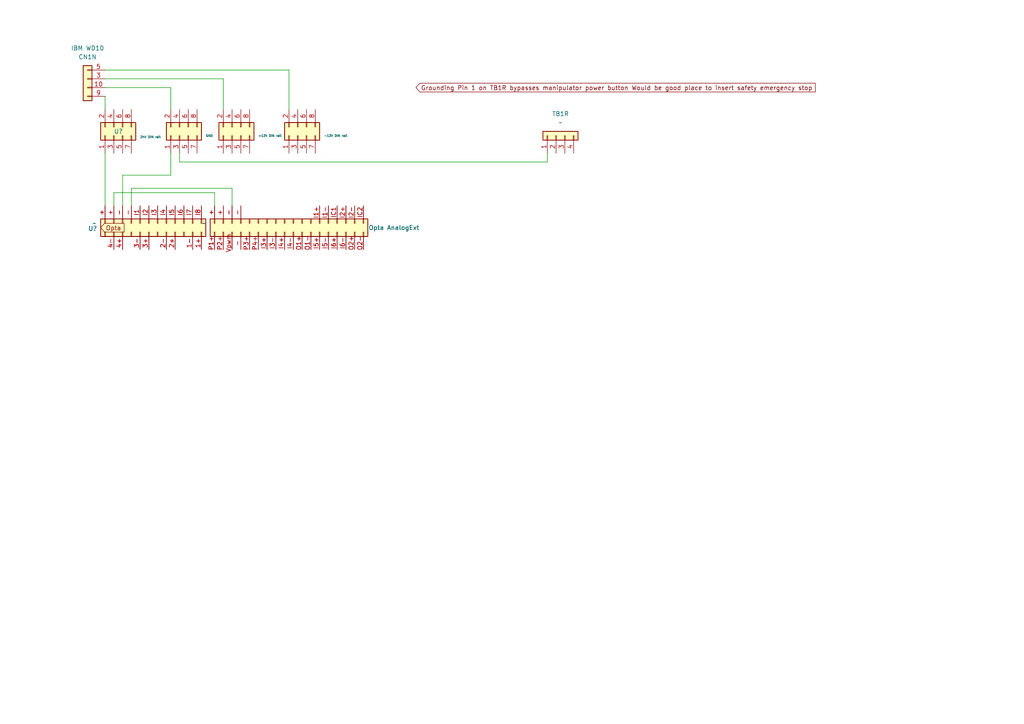
<source format=kicad_sch>
(kicad_sch
	(version 20231120)
	(generator "eeschema")
	(generator_version "8.0")
	(uuid "91c36254-6496-40d6-aa81-5485d6fad432")
	(paper "A4")
	(lib_symbols
		(symbol "Conn_01x04_1"
			(pin_names
				(offset 1.016) hide)
			(exclude_from_sim no)
			(in_bom yes)
			(on_board yes)
			(property "Reference" "J"
				(at 0 5.08 0)
				(effects
					(font
						(size 1.27 1.27)
					)
				)
			)
			(property "Value" "Conn_01x04"
				(at 0 -7.62 0)
				(effects
					(font
						(size 1.27 1.27)
					)
				)
			)
			(property "Footprint" ""
				(at 0 0 0)
				(effects
					(font
						(size 1.27 1.27)
					)
					(hide yes)
				)
			)
			(property "Datasheet" "~"
				(at 0 0 0)
				(effects
					(font
						(size 1.27 1.27)
					)
					(hide yes)
				)
			)
			(property "Description" "Generic connector, single row, 01x04, script generated (kicad-library-utils/schlib/autogen/connector/)"
				(at 0 0 0)
				(effects
					(font
						(size 1.27 1.27)
					)
					(hide yes)
				)
			)
			(property "ki_keywords" "connector"
				(at 0 0 0)
				(effects
					(font
						(size 1.27 1.27)
					)
					(hide yes)
				)
			)
			(property "ki_fp_filters" "Connector*:*_1x??_*"
				(at 0 0 0)
				(effects
					(font
						(size 1.27 1.27)
					)
					(hide yes)
				)
			)
			(symbol "Conn_01x04_1_1_1"
				(rectangle
					(start -1.27 -4.953)
					(end 0 -5.207)
					(stroke
						(width 0.1524)
						(type default)
					)
					(fill
						(type none)
					)
				)
				(rectangle
					(start -1.27 -2.413)
					(end 0 -2.667)
					(stroke
						(width 0.1524)
						(type default)
					)
					(fill
						(type none)
					)
				)
				(rectangle
					(start -1.27 0.127)
					(end 0 -0.127)
					(stroke
						(width 0.1524)
						(type default)
					)
					(fill
						(type none)
					)
				)
				(rectangle
					(start -1.27 2.667)
					(end 0 2.413)
					(stroke
						(width 0.1524)
						(type default)
					)
					(fill
						(type none)
					)
				)
				(rectangle
					(start -1.27 3.81)
					(end 1.27 -6.35)
					(stroke
						(width 0.254)
						(type default)
					)
					(fill
						(type background)
					)
				)
				(pin passive line
					(at -5.08 2.54 0)
					(length 3.81)
					(name "Pin_1"
						(effects
							(font
								(size 1.27 1.27)
							)
						)
					)
					(number "1"
						(effects
							(font
								(size 1.27 1.27)
							)
						)
					)
				)
				(pin passive line
					(at -5.08 0 0)
					(length 3.81)
					(name "Pin_2"
						(effects
							(font
								(size 1.27 1.27)
							)
						)
					)
					(number "2"
						(effects
							(font
								(size 1.27 1.27)
							)
						)
					)
				)
				(pin passive line
					(at -5.08 -2.54 0)
					(length 3.81)
					(name "Pin_3"
						(effects
							(font
								(size 1.27 1.27)
							)
						)
					)
					(number "3"
						(effects
							(font
								(size 1.27 1.27)
							)
						)
					)
				)
				(pin passive line
					(at -5.08 -5.08 0)
					(length 3.81)
					(name "Pin_4"
						(effects
							(font
								(size 1.27 1.27)
							)
						)
					)
					(number "4"
						(effects
							(font
								(size 1.27 1.27)
							)
						)
					)
				)
			)
		)
		(symbol "Conn_02x04_Odd_Even_1"
			(pin_names
				(offset 1.016) hide)
			(exclude_from_sim no)
			(in_bom yes)
			(on_board yes)
			(property "Reference" ""
				(at 2.5401 -7.62 90)
				(effects
					(font
						(size 1.27 1.27)
					)
					(justify right)
				)
			)
			(property "Value" "GND"
				(at 0.0001 -7.62 90)
				(effects
					(font
						(size 1.27 1.27)
					)
					(justify right)
				)
			)
			(property "Footprint" ""
				(at 0 0 0)
				(effects
					(font
						(size 1.27 1.27)
					)
					(hide yes)
				)
			)
			(property "Datasheet" "~"
				(at 0 0 0)
				(effects
					(font
						(size 1.27 1.27)
					)
					(hide yes)
				)
			)
			(property "Description" "Generic connector, double row, 02x04, odd/even pin numbering scheme (row 1 odd numbers, row 2 even numbers), script generated (kicad-library-utils/schlib/autogen/connector/)"
				(at 0 0 0)
				(effects
					(font
						(size 1.27 1.27)
					)
					(hide yes)
				)
			)
			(property "ki_keywords" "connector"
				(at 0 0 0)
				(effects
					(font
						(size 1.27 1.27)
					)
					(hide yes)
				)
			)
			(property "ki_fp_filters" "Connector*:*_2x??_*"
				(at 0 0 0)
				(effects
					(font
						(size 1.27 1.27)
					)
					(hide yes)
				)
			)
			(symbol "Conn_02x04_Odd_Even_1_1_1"
				(rectangle
					(start -1.27 -4.953)
					(end 0 -5.207)
					(stroke
						(width 0.1524)
						(type default)
					)
					(fill
						(type none)
					)
				)
				(rectangle
					(start -1.27 -2.413)
					(end 0 -2.667)
					(stroke
						(width 0.1524)
						(type default)
					)
					(fill
						(type none)
					)
				)
				(rectangle
					(start -1.27 0.127)
					(end 0 -0.127)
					(stroke
						(width 0.1524)
						(type default)
					)
					(fill
						(type none)
					)
				)
				(rectangle
					(start -1.27 2.667)
					(end 0 2.413)
					(stroke
						(width 0.1524)
						(type default)
					)
					(fill
						(type none)
					)
				)
				(rectangle
					(start -1.27 3.81)
					(end 3.81 -6.35)
					(stroke
						(width 0.254)
						(type default)
					)
					(fill
						(type background)
					)
				)
				(rectangle
					(start 3.81 -4.953)
					(end 2.54 -5.207)
					(stroke
						(width 0.1524)
						(type default)
					)
					(fill
						(type none)
					)
				)
				(rectangle
					(start 3.81 -2.413)
					(end 2.54 -2.667)
					(stroke
						(width 0.1524)
						(type default)
					)
					(fill
						(type none)
					)
				)
				(rectangle
					(start 3.81 0.127)
					(end 2.54 -0.127)
					(stroke
						(width 0.1524)
						(type default)
					)
					(fill
						(type none)
					)
				)
				(rectangle
					(start 3.81 2.667)
					(end 2.54 2.413)
					(stroke
						(width 0.1524)
						(type default)
					)
					(fill
						(type none)
					)
				)
				(pin passive line
					(at -5.08 2.54 0)
					(length 3.81)
					(name "Pin_1"
						(effects
							(font
								(size 1.27 1.27)
							)
						)
					)
					(number "1"
						(effects
							(font
								(size 1.27 1.27)
							)
						)
					)
				)
				(pin passive line
					(at 7.62 2.54 180)
					(length 3.81)
					(name "Pin_2"
						(effects
							(font
								(size 1.27 1.27)
							)
						)
					)
					(number "2"
						(effects
							(font
								(size 1.27 1.27)
							)
						)
					)
				)
				(pin passive line
					(at -5.08 0 0)
					(length 3.81)
					(name "Pin_3"
						(effects
							(font
								(size 1.27 1.27)
							)
						)
					)
					(number "3"
						(effects
							(font
								(size 1.27 1.27)
							)
						)
					)
				)
				(pin passive line
					(at 7.62 0 180)
					(length 3.81)
					(name "Pin_4"
						(effects
							(font
								(size 1.27 1.27)
							)
						)
					)
					(number "4"
						(effects
							(font
								(size 1.27 1.27)
							)
						)
					)
				)
				(pin passive line
					(at -5.08 -2.54 0)
					(length 3.81)
					(name "Pin_5"
						(effects
							(font
								(size 1.27 1.27)
							)
						)
					)
					(number "5"
						(effects
							(font
								(size 1.27 1.27)
							)
						)
					)
				)
				(pin passive line
					(at 7.62 -2.54 180)
					(length 3.81)
					(name "Pin_6"
						(effects
							(font
								(size 1.27 1.27)
							)
						)
					)
					(number "6"
						(effects
							(font
								(size 1.27 1.27)
							)
						)
					)
				)
				(pin passive line
					(at -5.08 -5.08 0)
					(length 3.81)
					(name "Pin_7"
						(effects
							(font
								(size 1.27 1.27)
							)
						)
					)
					(number "7"
						(effects
							(font
								(size 1.27 1.27)
							)
						)
					)
				)
				(pin passive line
					(at 7.62 -5.08 180)
					(length 3.81)
					(name "Pin_8"
						(effects
							(font
								(size 1.27 1.27)
							)
						)
					)
					(number "8"
						(effects
							(font
								(size 1.27 1.27)
							)
						)
					)
				)
			)
		)
		(symbol "Conn_02x04_Odd_Even_2"
			(pin_names
				(offset 1.016) hide)
			(exclude_from_sim no)
			(in_bom yes)
			(on_board yes)
			(property "Reference" ""
				(at 2.5401 -7.62 90)
				(effects
					(font
						(size 1.27 1.27)
					)
					(justify right)
				)
			)
			(property "Value" "+12V DIN rail"
				(at 0.0001 -7.62 90)
				(effects
					(font
						(size 1.27 1.27)
					)
					(justify right)
				)
			)
			(property "Footprint" ""
				(at 0 0 0)
				(effects
					(font
						(size 1.27 1.27)
					)
					(hide yes)
				)
			)
			(property "Datasheet" "~"
				(at 0 0 0)
				(effects
					(font
						(size 1.27 1.27)
					)
					(hide yes)
				)
			)
			(property "Description" "Generic connector, double row, 02x04, odd/even pin numbering scheme (row 1 odd numbers, row 2 even numbers), script generated (kicad-library-utils/schlib/autogen/connector/)"
				(at 0 0 0)
				(effects
					(font
						(size 1.27 1.27)
					)
					(hide yes)
				)
			)
			(property "ki_keywords" "connector"
				(at 0 0 0)
				(effects
					(font
						(size 1.27 1.27)
					)
					(hide yes)
				)
			)
			(property "ki_fp_filters" "Connector*:*_2x??_*"
				(at 0 0 0)
				(effects
					(font
						(size 1.27 1.27)
					)
					(hide yes)
				)
			)
			(symbol "Conn_02x04_Odd_Even_2_1_1"
				(rectangle
					(start -1.27 -4.953)
					(end 0 -5.207)
					(stroke
						(width 0.1524)
						(type default)
					)
					(fill
						(type none)
					)
				)
				(rectangle
					(start -1.27 -2.413)
					(end 0 -2.667)
					(stroke
						(width 0.1524)
						(type default)
					)
					(fill
						(type none)
					)
				)
				(rectangle
					(start -1.27 0.127)
					(end 0 -0.127)
					(stroke
						(width 0.1524)
						(type default)
					)
					(fill
						(type none)
					)
				)
				(rectangle
					(start -1.27 2.667)
					(end 0 2.413)
					(stroke
						(width 0.1524)
						(type default)
					)
					(fill
						(type none)
					)
				)
				(rectangle
					(start -1.27 3.81)
					(end 3.81 -6.35)
					(stroke
						(width 0.254)
						(type default)
					)
					(fill
						(type background)
					)
				)
				(rectangle
					(start 3.81 -4.953)
					(end 2.54 -5.207)
					(stroke
						(width 0.1524)
						(type default)
					)
					(fill
						(type none)
					)
				)
				(rectangle
					(start 3.81 -2.413)
					(end 2.54 -2.667)
					(stroke
						(width 0.1524)
						(type default)
					)
					(fill
						(type none)
					)
				)
				(rectangle
					(start 3.81 0.127)
					(end 2.54 -0.127)
					(stroke
						(width 0.1524)
						(type default)
					)
					(fill
						(type none)
					)
				)
				(rectangle
					(start 3.81 2.667)
					(end 2.54 2.413)
					(stroke
						(width 0.1524)
						(type default)
					)
					(fill
						(type none)
					)
				)
				(pin passive line
					(at -5.08 2.54 0)
					(length 3.81)
					(name "Pin_1"
						(effects
							(font
								(size 1.27 1.27)
							)
						)
					)
					(number "1"
						(effects
							(font
								(size 1.27 1.27)
							)
						)
					)
				)
				(pin passive line
					(at 7.62 2.54 180)
					(length 3.81)
					(name "Pin_2"
						(effects
							(font
								(size 1.27 1.27)
							)
						)
					)
					(number "2"
						(effects
							(font
								(size 1.27 1.27)
							)
						)
					)
				)
				(pin passive line
					(at -5.08 0 0)
					(length 3.81)
					(name "Pin_3"
						(effects
							(font
								(size 1.27 1.27)
							)
						)
					)
					(number "3"
						(effects
							(font
								(size 1.27 1.27)
							)
						)
					)
				)
				(pin passive line
					(at 7.62 0 180)
					(length 3.81)
					(name "Pin_4"
						(effects
							(font
								(size 1.27 1.27)
							)
						)
					)
					(number "4"
						(effects
							(font
								(size 1.27 1.27)
							)
						)
					)
				)
				(pin passive line
					(at -5.08 -2.54 0)
					(length 3.81)
					(name "Pin_5"
						(effects
							(font
								(size 1.27 1.27)
							)
						)
					)
					(number "5"
						(effects
							(font
								(size 1.27 1.27)
							)
						)
					)
				)
				(pin passive line
					(at 7.62 -2.54 180)
					(length 3.81)
					(name "Pin_6"
						(effects
							(font
								(size 1.27 1.27)
							)
						)
					)
					(number "6"
						(effects
							(font
								(size 1.27 1.27)
							)
						)
					)
				)
				(pin passive line
					(at -5.08 -5.08 0)
					(length 3.81)
					(name "Pin_7"
						(effects
							(font
								(size 1.27 1.27)
							)
						)
					)
					(number "7"
						(effects
							(font
								(size 1.27 1.27)
							)
						)
					)
				)
				(pin passive line
					(at 7.62 -5.08 180)
					(length 3.81)
					(name "Pin_8"
						(effects
							(font
								(size 1.27 1.27)
							)
						)
					)
					(number "8"
						(effects
							(font
								(size 1.27 1.27)
							)
						)
					)
				)
			)
		)
		(symbol "Conn_02x04_Odd_Even_3"
			(pin_names
				(offset 1.016) hide)
			(exclude_from_sim no)
			(in_bom yes)
			(on_board yes)
			(property "Reference" "-12V"
				(at 2.5401 -7.62 90)
				(effects
					(font
						(size 1.27 1.27)
					)
					(justify right)
				)
			)
			(property "Value" "-12V DIN rail"
				(at 0.0001 -7.62 90)
				(effects
					(font
						(size 1.27 1.27)
					)
					(justify right)
				)
			)
			(property "Footprint" ""
				(at 0 0 0)
				(effects
					(font
						(size 1.27 1.27)
					)
					(hide yes)
				)
			)
			(property "Datasheet" "~"
				(at 0 0 0)
				(effects
					(font
						(size 1.27 1.27)
					)
					(hide yes)
				)
			)
			(property "Description" "Generic connector, double row, 02x04, odd/even pin numbering scheme (row 1 odd numbers, row 2 even numbers), script generated (kicad-library-utils/schlib/autogen/connector/)"
				(at 0 0 0)
				(effects
					(font
						(size 1.27 1.27)
					)
					(hide yes)
				)
			)
			(property "ki_keywords" "connector"
				(at 0 0 0)
				(effects
					(font
						(size 1.27 1.27)
					)
					(hide yes)
				)
			)
			(property "ki_fp_filters" "Connector*:*_2x??_*"
				(at 0 0 0)
				(effects
					(font
						(size 1.27 1.27)
					)
					(hide yes)
				)
			)
			(symbol "Conn_02x04_Odd_Even_3_1_1"
				(rectangle
					(start -1.27 -4.953)
					(end 0 -5.207)
					(stroke
						(width 0.1524)
						(type default)
					)
					(fill
						(type none)
					)
				)
				(rectangle
					(start -1.27 -2.413)
					(end 0 -2.667)
					(stroke
						(width 0.1524)
						(type default)
					)
					(fill
						(type none)
					)
				)
				(rectangle
					(start -1.27 0.127)
					(end 0 -0.127)
					(stroke
						(width 0.1524)
						(type default)
					)
					(fill
						(type none)
					)
				)
				(rectangle
					(start -1.27 2.667)
					(end 0 2.413)
					(stroke
						(width 0.1524)
						(type default)
					)
					(fill
						(type none)
					)
				)
				(rectangle
					(start -1.27 3.81)
					(end 3.81 -6.35)
					(stroke
						(width 0.254)
						(type default)
					)
					(fill
						(type background)
					)
				)
				(rectangle
					(start 3.81 -4.953)
					(end 2.54 -5.207)
					(stroke
						(width 0.1524)
						(type default)
					)
					(fill
						(type none)
					)
				)
				(rectangle
					(start 3.81 -2.413)
					(end 2.54 -2.667)
					(stroke
						(width 0.1524)
						(type default)
					)
					(fill
						(type none)
					)
				)
				(rectangle
					(start 3.81 0.127)
					(end 2.54 -0.127)
					(stroke
						(width 0.1524)
						(type default)
					)
					(fill
						(type none)
					)
				)
				(rectangle
					(start 3.81 2.667)
					(end 2.54 2.413)
					(stroke
						(width 0.1524)
						(type default)
					)
					(fill
						(type none)
					)
				)
				(pin passive line
					(at -5.08 2.54 0)
					(length 3.81)
					(name "Pin_1"
						(effects
							(font
								(size 1.27 1.27)
							)
						)
					)
					(number "1"
						(effects
							(font
								(size 1.27 1.27)
							)
						)
					)
				)
				(pin passive line
					(at 7.62 2.54 180)
					(length 3.81)
					(name "Pin_2"
						(effects
							(font
								(size 1.27 1.27)
							)
						)
					)
					(number "2"
						(effects
							(font
								(size 1.27 1.27)
							)
						)
					)
				)
				(pin passive line
					(at -5.08 0 0)
					(length 3.81)
					(name "Pin_3"
						(effects
							(font
								(size 1.27 1.27)
							)
						)
					)
					(number "3"
						(effects
							(font
								(size 1.27 1.27)
							)
						)
					)
				)
				(pin passive line
					(at 7.62 0 180)
					(length 3.81)
					(name "Pin_4"
						(effects
							(font
								(size 1.27 1.27)
							)
						)
					)
					(number "4"
						(effects
							(font
								(size 1.27 1.27)
							)
						)
					)
				)
				(pin passive line
					(at -5.08 -2.54 0)
					(length 3.81)
					(name "Pin_5"
						(effects
							(font
								(size 1.27 1.27)
							)
						)
					)
					(number "5"
						(effects
							(font
								(size 1.27 1.27)
							)
						)
					)
				)
				(pin passive line
					(at 7.62 -2.54 180)
					(length 3.81)
					(name "Pin_6"
						(effects
							(font
								(size 1.27 1.27)
							)
						)
					)
					(number "6"
						(effects
							(font
								(size 1.27 1.27)
							)
						)
					)
				)
				(pin passive line
					(at -5.08 -5.08 0)
					(length 3.81)
					(name "Pin_7"
						(effects
							(font
								(size 1.27 1.27)
							)
						)
					)
					(number "7"
						(effects
							(font
								(size 1.27 1.27)
							)
						)
					)
				)
				(pin passive line
					(at 7.62 -5.08 180)
					(length 3.81)
					(name "Pin_8"
						(effects
							(font
								(size 1.27 1.27)
							)
						)
					)
					(number "8"
						(effects
							(font
								(size 1.27 1.27)
							)
						)
					)
				)
			)
		)
		(symbol "Connector_Generic:Conn_01x04"
			(pin_names
				(offset 1.016) hide)
			(exclude_from_sim no)
			(in_bom yes)
			(on_board yes)
			(property "Reference" "IBM WD10"
				(at 0 -11.43 0)
				(effects
					(font
						(size 1.27 1.27)
					)
				)
			)
			(property "Value" "CN1N"
				(at 0 -8.89 0)
				(effects
					(font
						(size 1.27 1.27)
					)
				)
			)
			(property "Footprint" ""
				(at 0 0 0)
				(effects
					(font
						(size 1.27 1.27)
					)
					(hide yes)
				)
			)
			(property "Datasheet" "~"
				(at 0 0 0)
				(effects
					(font
						(size 1.27 1.27)
					)
					(hide yes)
				)
			)
			(property "Description" "Generic connector, single row, 01x04, script generated (kicad-library-utils/schlib/autogen/connector/)"
				(at 0 0 0)
				(effects
					(font
						(size 1.27 1.27)
					)
					(hide yes)
				)
			)
			(property "ki_keywords" "connector"
				(at 0 0 0)
				(effects
					(font
						(size 1.27 1.27)
					)
					(hide yes)
				)
			)
			(property "ki_fp_filters" "Connector*:*_1x??_*"
				(at 0 0 0)
				(effects
					(font
						(size 1.27 1.27)
					)
					(hide yes)
				)
			)
			(symbol "Conn_01x04_1_1"
				(rectangle
					(start -1.27 -4.953)
					(end 0 -5.207)
					(stroke
						(width 0.1524)
						(type default)
					)
					(fill
						(type none)
					)
				)
				(rectangle
					(start -1.27 -2.413)
					(end 0 -2.667)
					(stroke
						(width 0.1524)
						(type default)
					)
					(fill
						(type none)
					)
				)
				(rectangle
					(start -1.27 0.127)
					(end 0 -0.127)
					(stroke
						(width 0.1524)
						(type default)
					)
					(fill
						(type none)
					)
				)
				(rectangle
					(start -1.27 2.667)
					(end 0 2.413)
					(stroke
						(width 0.1524)
						(type default)
					)
					(fill
						(type none)
					)
				)
				(rectangle
					(start -1.27 3.81)
					(end 1.27 -6.35)
					(stroke
						(width 0.254)
						(type default)
					)
					(fill
						(type background)
					)
				)
				(pin passive line
					(at -5.08 0 0)
					(length 3.81)
					(name "Pin_2"
						(effects
							(font
								(size 1.27 1.27)
							)
						)
					)
					(number "10"
						(effects
							(font
								(size 1.27 1.27)
							)
						)
					)
				)
				(pin passive line
					(at -5.08 -2.54 0)
					(length 3.81)
					(name "Pin_3"
						(effects
							(font
								(size 1.27 1.27)
							)
						)
					)
					(number "3"
						(effects
							(font
								(size 1.27 1.27)
							)
						)
					)
				)
				(pin passive line
					(at -5.08 -5.08 0)
					(length 3.81)
					(name "Pin_4"
						(effects
							(font
								(size 1.27 1.27)
							)
						)
					)
					(number "5"
						(effects
							(font
								(size 1.27 1.27)
							)
						)
					)
				)
				(pin passive line
					(at -5.08 2.54 0)
					(length 3.81)
					(name "Pin_1"
						(effects
							(font
								(size 1.27 1.27)
							)
						)
					)
					(number "9"
						(effects
							(font
								(size 1.27 1.27)
							)
						)
					)
				)
			)
		)
		(symbol "Connector_Generic:Conn_02x04_Odd_Even"
			(pin_names
				(offset 1.016) hide)
			(exclude_from_sim no)
			(in_bom yes)
			(on_board yes)
			(property "Reference" ""
				(at 2.5401 -7.62 90)
				(effects
					(font
						(size 1.27 1.27)
					)
					(justify right)
				)
			)
			(property "Value" "24V DIN rail"
				(at 0.0001 -7.62 90)
				(effects
					(font
						(size 1.27 1.27)
					)
					(justify right)
				)
			)
			(property "Footprint" ""
				(at 0 0 0)
				(effects
					(font
						(size 1.27 1.27)
					)
					(hide yes)
				)
			)
			(property "Datasheet" "~"
				(at 0 0 0)
				(effects
					(font
						(size 1.27 1.27)
					)
					(hide yes)
				)
			)
			(property "Description" "Generic connector, double row, 02x04, odd/even pin numbering scheme (row 1 odd numbers, row 2 even numbers), script generated (kicad-library-utils/schlib/autogen/connector/)"
				(at 0 0 0)
				(effects
					(font
						(size 1.27 1.27)
					)
					(hide yes)
				)
			)
			(property "ki_keywords" "connector"
				(at 0 0 0)
				(effects
					(font
						(size 1.27 1.27)
					)
					(hide yes)
				)
			)
			(property "ki_fp_filters" "Connector*:*_2x??_*"
				(at 0 0 0)
				(effects
					(font
						(size 1.27 1.27)
					)
					(hide yes)
				)
			)
			(symbol "Conn_02x04_Odd_Even_1_1"
				(rectangle
					(start -1.27 -4.953)
					(end 0 -5.207)
					(stroke
						(width 0.1524)
						(type default)
					)
					(fill
						(type none)
					)
				)
				(rectangle
					(start -1.27 -2.413)
					(end 0 -2.667)
					(stroke
						(width 0.1524)
						(type default)
					)
					(fill
						(type none)
					)
				)
				(rectangle
					(start -1.27 0.127)
					(end 0 -0.127)
					(stroke
						(width 0.1524)
						(type default)
					)
					(fill
						(type none)
					)
				)
				(rectangle
					(start -1.27 2.667)
					(end 0 2.413)
					(stroke
						(width 0.1524)
						(type default)
					)
					(fill
						(type none)
					)
				)
				(rectangle
					(start -1.27 3.81)
					(end 3.81 -6.35)
					(stroke
						(width 0.254)
						(type default)
					)
					(fill
						(type background)
					)
				)
				(rectangle
					(start 3.81 -4.953)
					(end 2.54 -5.207)
					(stroke
						(width 0.1524)
						(type default)
					)
					(fill
						(type none)
					)
				)
				(rectangle
					(start 3.81 -2.413)
					(end 2.54 -2.667)
					(stroke
						(width 0.1524)
						(type default)
					)
					(fill
						(type none)
					)
				)
				(rectangle
					(start 3.81 0.127)
					(end 2.54 -0.127)
					(stroke
						(width 0.1524)
						(type default)
					)
					(fill
						(type none)
					)
				)
				(rectangle
					(start 3.81 2.667)
					(end 2.54 2.413)
					(stroke
						(width 0.1524)
						(type default)
					)
					(fill
						(type none)
					)
				)
				(pin passive line
					(at -5.08 2.54 0)
					(length 3.81)
					(name "Pin_1"
						(effects
							(font
								(size 1.27 1.27)
							)
						)
					)
					(number "1"
						(effects
							(font
								(size 1.27 1.27)
							)
						)
					)
				)
				(pin passive line
					(at 7.62 2.54 180)
					(length 3.81)
					(name "Pin_2"
						(effects
							(font
								(size 1.27 1.27)
							)
						)
					)
					(number "2"
						(effects
							(font
								(size 1.27 1.27)
							)
						)
					)
				)
				(pin passive line
					(at -5.08 0 0)
					(length 3.81)
					(name "Pin_3"
						(effects
							(font
								(size 1.27 1.27)
							)
						)
					)
					(number "3"
						(effects
							(font
								(size 1.27 1.27)
							)
						)
					)
				)
				(pin passive line
					(at 7.62 0 180)
					(length 3.81)
					(name "Pin_4"
						(effects
							(font
								(size 1.27 1.27)
							)
						)
					)
					(number "4"
						(effects
							(font
								(size 1.27 1.27)
							)
						)
					)
				)
				(pin passive line
					(at -5.08 -2.54 0)
					(length 3.81)
					(name "Pin_5"
						(effects
							(font
								(size 1.27 1.27)
							)
						)
					)
					(number "5"
						(effects
							(font
								(size 1.27 1.27)
							)
						)
					)
				)
				(pin passive line
					(at 7.62 -2.54 180)
					(length 3.81)
					(name "Pin_6"
						(effects
							(font
								(size 1.27 1.27)
							)
						)
					)
					(number "6"
						(effects
							(font
								(size 1.27 1.27)
							)
						)
					)
				)
				(pin passive line
					(at -5.08 -5.08 0)
					(length 3.81)
					(name "Pin_7"
						(effects
							(font
								(size 1.27 1.27)
							)
						)
					)
					(number "7"
						(effects
							(font
								(size 1.27 1.27)
							)
						)
					)
				)
				(pin passive line
					(at 7.62 -5.08 180)
					(length 3.81)
					(name "Pin_8"
						(effects
							(font
								(size 1.27 1.27)
							)
						)
					)
					(number "8"
						(effects
							(font
								(size 1.27 1.27)
							)
						)
					)
				)
			)
		)
		(symbol "Connector_Generic:Conn_02x12_Counter_Clockwise"
			(pin_names
				(offset 1.016) hide)
			(exclude_from_sim no)
			(in_bom yes)
			(on_board yes)
			(property "Reference" ""
				(at 2.5401 15.24 90)
				(effects
					(font
						(size 1.27 1.27)
					)
					(justify left)
				)
			)
			(property "Value" "OptaPro"
				(at 0.0001 15.24 90)
				(effects
					(font
						(size 1.27 1.27)
					)
					(justify left)
				)
			)
			(property "Footprint" ""
				(at 0 0 0)
				(effects
					(font
						(size 1.27 1.27)
					)
					(hide yes)
				)
			)
			(property "Datasheet" "~"
				(at 0 0 0)
				(effects
					(font
						(size 1.27 1.27)
					)
					(hide yes)
				)
			)
			(property "Description" "Generic connector, double row, 02x12, counter clockwise pin numbering scheme (similar to DIP package numbering), script generated "
				(at 0 0 0)
				(effects
					(font
						(size 1.27 1.27)
					)
					(hide yes)
				)
			)
			(property "ki_keywords" "connector"
				(at 0 0 0)
				(effects
					(font
						(size 1.27 1.27)
					)
					(hide yes)
				)
			)
			(property "ki_fp_filters" "Connector*:*_2x??_*"
				(at 0 0 0)
				(effects
					(font
						(size 1.27 1.27)
					)
					(hide yes)
				)
			)
			(symbol "Conn_02x12_Counter_Clockwise_1_1"
				(rectangle
					(start -1.27 -15.113)
					(end 0 -15.367)
					(stroke
						(width 0.1524)
						(type default)
					)
					(fill
						(type none)
					)
				)
				(rectangle
					(start -1.27 -12.573)
					(end 0 -12.827)
					(stroke
						(width 0.1524)
						(type default)
					)
					(fill
						(type none)
					)
				)
				(rectangle
					(start -1.27 -10.033)
					(end 0 -10.287)
					(stroke
						(width 0.1524)
						(type default)
					)
					(fill
						(type none)
					)
				)
				(rectangle
					(start -1.27 -7.493)
					(end 0 -7.747)
					(stroke
						(width 0.1524)
						(type default)
					)
					(fill
						(type none)
					)
				)
				(rectangle
					(start -1.27 -4.953)
					(end 0 -5.207)
					(stroke
						(width 0.1524)
						(type default)
					)
					(fill
						(type none)
					)
				)
				(rectangle
					(start -1.27 -2.413)
					(end 0 -2.667)
					(stroke
						(width 0.1524)
						(type default)
					)
					(fill
						(type none)
					)
				)
				(rectangle
					(start -1.27 0.127)
					(end 0 -0.127)
					(stroke
						(width 0.1524)
						(type default)
					)
					(fill
						(type none)
					)
				)
				(rectangle
					(start -1.27 2.667)
					(end 0 2.413)
					(stroke
						(width 0.1524)
						(type default)
					)
					(fill
						(type none)
					)
				)
				(rectangle
					(start -1.27 5.207)
					(end 0 4.953)
					(stroke
						(width 0.1524)
						(type default)
					)
					(fill
						(type none)
					)
				)
				(rectangle
					(start -1.27 7.747)
					(end 0 7.493)
					(stroke
						(width 0.1524)
						(type default)
					)
					(fill
						(type none)
					)
				)
				(rectangle
					(start -1.27 10.287)
					(end 0 10.033)
					(stroke
						(width 0.1524)
						(type default)
					)
					(fill
						(type none)
					)
				)
				(rectangle
					(start -1.27 12.827)
					(end 0 12.573)
					(stroke
						(width 0.1524)
						(type default)
					)
					(fill
						(type none)
					)
				)
				(rectangle
					(start -1.27 13.97)
					(end 3.81 -16.51)
					(stroke
						(width 0.254)
						(type default)
					)
					(fill
						(type background)
					)
				)
				(rectangle
					(start 3.81 -15.113)
					(end 2.54 -15.367)
					(stroke
						(width 0.1524)
						(type default)
					)
					(fill
						(type none)
					)
				)
				(rectangle
					(start 3.81 -12.573)
					(end 2.54 -12.827)
					(stroke
						(width 0.1524)
						(type default)
					)
					(fill
						(type none)
					)
				)
				(rectangle
					(start 3.81 -10.033)
					(end 2.54 -10.287)
					(stroke
						(width 0.1524)
						(type default)
					)
					(fill
						(type none)
					)
				)
				(rectangle
					(start 3.81 -7.493)
					(end 2.54 -7.747)
					(stroke
						(width 0.1524)
						(type default)
					)
					(fill
						(type none)
					)
				)
				(rectangle
					(start 3.81 -4.953)
					(end 2.54 -5.207)
					(stroke
						(width 0.1524)
						(type default)
					)
					(fill
						(type none)
					)
				)
				(rectangle
					(start 3.81 -2.413)
					(end 2.54 -2.667)
					(stroke
						(width 0.1524)
						(type default)
					)
					(fill
						(type none)
					)
				)
				(rectangle
					(start 3.81 0.127)
					(end 2.54 -0.127)
					(stroke
						(width 0.1524)
						(type default)
					)
					(fill
						(type none)
					)
				)
				(rectangle
					(start 3.81 2.667)
					(end 2.54 2.413)
					(stroke
						(width 0.1524)
						(type default)
					)
					(fill
						(type none)
					)
				)
				(rectangle
					(start 3.81 5.207)
					(end 2.54 4.953)
					(stroke
						(width 0.1524)
						(type default)
					)
					(fill
						(type none)
					)
				)
				(rectangle
					(start 3.81 7.747)
					(end 2.54 7.493)
					(stroke
						(width 0.1524)
						(type default)
					)
					(fill
						(type none)
					)
				)
				(rectangle
					(start 3.81 10.287)
					(end 2.54 10.033)
					(stroke
						(width 0.1524)
						(type default)
					)
					(fill
						(type none)
					)
				)
				(rectangle
					(start 3.81 12.827)
					(end 2.54 12.573)
					(stroke
						(width 0.1524)
						(type default)
					)
					(fill
						(type none)
					)
				)
				(pin passive line
					(at -5.08 12.7 0)
					(length 3.81)
					(name "Pin_1"
						(effects
							(font
								(size 1.27 1.27)
							)
						)
					)
					(number "+"
						(effects
							(font
								(size 1.27 1.27)
							)
						)
					)
				)
				(pin passive line
					(at -5.08 10.16 0)
					(length 3.81)
					(name "Pin_2"
						(effects
							(font
								(size 1.27 1.27)
							)
						)
					)
					(number "+"
						(effects
							(font
								(size 1.27 1.27)
							)
						)
					)
				)
				(pin passive line
					(at -5.08 7.62 0)
					(length 3.81)
					(name "Pin_3"
						(effects
							(font
								(size 1.27 1.27)
							)
						)
					)
					(number "-"
						(effects
							(font
								(size 1.27 1.27)
							)
						)
					)
				)
				(pin passive line
					(at -5.08 5.08 0)
					(length 3.81)
					(name "Pin_4"
						(effects
							(font
								(size 1.27 1.27)
							)
						)
					)
					(number "-"
						(effects
							(font
								(size 1.27 1.27)
							)
						)
					)
				)
				(pin passive line
					(at 7.62 -15.24 180)
					(length 3.81)
					(name "Pin_13"
						(effects
							(font
								(size 1.27 1.27)
							)
						)
					)
					(number "1+"
						(effects
							(font
								(size 1.27 1.27)
							)
						)
					)
				)
				(pin passive line
					(at 7.62 -12.7 180)
					(length 3.81)
					(name "Pin_14"
						(effects
							(font
								(size 1.27 1.27)
							)
						)
					)
					(number "1-"
						(effects
							(font
								(size 1.27 1.27)
							)
						)
					)
				)
				(pin passive line
					(at 7.62 -7.62 180)
					(length 3.81)
					(name "Pin_16"
						(effects
							(font
								(size 1.27 1.27)
							)
						)
					)
					(number "2+"
						(effects
							(font
								(size 1.27 1.27)
							)
						)
					)
				)
				(pin passive line
					(at 7.62 -5.08 180)
					(length 3.81)
					(name "Pin_17"
						(effects
							(font
								(size 1.27 1.27)
							)
						)
					)
					(number "2-"
						(effects
							(font
								(size 1.27 1.27)
							)
						)
					)
				)
				(pin passive line
					(at 7.62 0 180)
					(length 3.81)
					(name "Pin_19"
						(effects
							(font
								(size 1.27 1.27)
							)
						)
					)
					(number "3+"
						(effects
							(font
								(size 1.27 1.27)
							)
						)
					)
				)
				(pin passive line
					(at 7.62 2.54 180)
					(length 3.81)
					(name "Pin_20"
						(effects
							(font
								(size 1.27 1.27)
							)
						)
					)
					(number "3-"
						(effects
							(font
								(size 1.27 1.27)
							)
						)
					)
				)
				(pin passive line
					(at 7.62 7.62 180)
					(length 3.81)
					(name "Pin_22"
						(effects
							(font
								(size 1.27 1.27)
							)
						)
					)
					(number "4+"
						(effects
							(font
								(size 1.27 1.27)
							)
						)
					)
				)
				(pin passive line
					(at 7.62 10.16 180)
					(length 3.81)
					(name "Pin_23"
						(effects
							(font
								(size 1.27 1.27)
							)
						)
					)
					(number "4-"
						(effects
							(font
								(size 1.27 1.27)
							)
						)
					)
				)
				(pin passive line
					(at -5.08 2.54 0)
					(length 3.81)
					(name "Pin_5"
						(effects
							(font
								(size 1.27 1.27)
							)
						)
					)
					(number "I1"
						(effects
							(font
								(size 1.27 1.27)
							)
						)
					)
				)
				(pin passive line
					(at -5.08 0 0)
					(length 3.81)
					(name "Pin_6"
						(effects
							(font
								(size 1.27 1.27)
							)
						)
					)
					(number "I2"
						(effects
							(font
								(size 1.27 1.27)
							)
						)
					)
				)
				(pin passive line
					(at -5.08 -2.54 0)
					(length 3.81)
					(name "Pin_7"
						(effects
							(font
								(size 1.27 1.27)
							)
						)
					)
					(number "I3"
						(effects
							(font
								(size 1.27 1.27)
							)
						)
					)
				)
				(pin passive line
					(at -5.08 -5.08 0)
					(length 3.81)
					(name "Pin_8"
						(effects
							(font
								(size 1.27 1.27)
							)
						)
					)
					(number "I4"
						(effects
							(font
								(size 1.27 1.27)
							)
						)
					)
				)
				(pin passive line
					(at -5.08 -7.62 0)
					(length 3.81)
					(name "Pin_9"
						(effects
							(font
								(size 1.27 1.27)
							)
						)
					)
					(number "I5"
						(effects
							(font
								(size 1.27 1.27)
							)
						)
					)
				)
				(pin passive line
					(at -5.08 -10.16 0)
					(length 3.81)
					(name "Pin_10"
						(effects
							(font
								(size 1.27 1.27)
							)
						)
					)
					(number "I6"
						(effects
							(font
								(size 1.27 1.27)
							)
						)
					)
				)
				(pin passive line
					(at -5.08 -12.7 0)
					(length 3.81)
					(name "Pin_11"
						(effects
							(font
								(size 1.27 1.27)
							)
						)
					)
					(number "I7"
						(effects
							(font
								(size 1.27 1.27)
							)
						)
					)
				)
				(pin passive line
					(at -5.08 -15.24 0)
					(length 3.81)
					(name "Pin_12"
						(effects
							(font
								(size 1.27 1.27)
							)
						)
					)
					(number "I8"
						(effects
							(font
								(size 1.27 1.27)
							)
						)
					)
				)
			)
		)
		(symbol "Connector_Generic:Conn_02x18_Counter_Clockwise"
			(pin_names
				(offset 1.016) hide)
			(exclude_from_sim no)
			(in_bom yes)
			(on_board yes)
			(property "Reference" "Opta AnalogExt"
				(at 1.27 -27.432 90)
				(effects
					(font
						(size 1.27 1.27)
					)
					(justify left)
				)
			)
			(property "Value" "~"
				(at 0.0001 22.86 90)
				(effects
					(font
						(size 1.27 1.27)
					)
					(justify left)
				)
			)
			(property "Footprint" ""
				(at 0 0 0)
				(effects
					(font
						(size 1.27 1.27)
					)
					(hide yes)
				)
			)
			(property "Datasheet" "~"
				(at 0 0 0)
				(effects
					(font
						(size 1.27 1.27)
					)
					(hide yes)
				)
			)
			(property "Description" "Generic connector, double row, 02x18, counter clockwise pin numbering scheme (similar to DIP package numbering), script generated (kicad-library-utils/schlib/autogen/connector/)"
				(at 0 0 0)
				(effects
					(font
						(size 1.27 1.27)
					)
					(hide yes)
				)
			)
			(property "ki_keywords" "connector"
				(at 0 0 0)
				(effects
					(font
						(size 1.27 1.27)
					)
					(hide yes)
				)
			)
			(property "ki_fp_filters" "Connector*:*_2x??_*"
				(at 0 0 0)
				(effects
					(font
						(size 1.27 1.27)
					)
					(hide yes)
				)
			)
			(symbol "Conn_02x18_Counter_Clockwise_1_1"
				(rectangle
					(start -1.27 -22.733)
					(end 0 -22.987)
					(stroke
						(width 0.1524)
						(type default)
					)
					(fill
						(type none)
					)
				)
				(rectangle
					(start -1.27 -20.193)
					(end 0 -20.447)
					(stroke
						(width 0.1524)
						(type default)
					)
					(fill
						(type none)
					)
				)
				(rectangle
					(start -1.27 -17.653)
					(end 0 -17.907)
					(stroke
						(width 0.1524)
						(type default)
					)
					(fill
						(type none)
					)
				)
				(rectangle
					(start -1.27 -15.113)
					(end 0 -15.367)
					(stroke
						(width 0.1524)
						(type default)
					)
					(fill
						(type none)
					)
				)
				(rectangle
					(start -1.27 -12.573)
					(end 0 -12.827)
					(stroke
						(width 0.1524)
						(type default)
					)
					(fill
						(type none)
					)
				)
				(rectangle
					(start -1.27 -10.033)
					(end 0 -10.287)
					(stroke
						(width 0.1524)
						(type default)
					)
					(fill
						(type none)
					)
				)
				(rectangle
					(start -1.27 -7.493)
					(end 0 -7.747)
					(stroke
						(width 0.1524)
						(type default)
					)
					(fill
						(type none)
					)
				)
				(rectangle
					(start -1.27 -4.953)
					(end 0 -5.207)
					(stroke
						(width 0.1524)
						(type default)
					)
					(fill
						(type none)
					)
				)
				(rectangle
					(start -1.27 -2.413)
					(end 0 -2.667)
					(stroke
						(width 0.1524)
						(type default)
					)
					(fill
						(type none)
					)
				)
				(rectangle
					(start -1.27 0.127)
					(end 0 -0.127)
					(stroke
						(width 0.1524)
						(type default)
					)
					(fill
						(type none)
					)
				)
				(rectangle
					(start -1.27 2.667)
					(end 0 2.413)
					(stroke
						(width 0.1524)
						(type default)
					)
					(fill
						(type none)
					)
				)
				(rectangle
					(start -1.27 5.207)
					(end 0 4.953)
					(stroke
						(width 0.1524)
						(type default)
					)
					(fill
						(type none)
					)
				)
				(rectangle
					(start -1.27 7.747)
					(end 0 7.493)
					(stroke
						(width 0.1524)
						(type default)
					)
					(fill
						(type none)
					)
				)
				(rectangle
					(start -1.27 10.287)
					(end 0 10.033)
					(stroke
						(width 0.1524)
						(type default)
					)
					(fill
						(type none)
					)
				)
				(rectangle
					(start -1.27 12.827)
					(end 0 12.573)
					(stroke
						(width 0.1524)
						(type default)
					)
					(fill
						(type none)
					)
				)
				(rectangle
					(start -1.27 15.367)
					(end 0 15.113)
					(stroke
						(width 0.1524)
						(type default)
					)
					(fill
						(type none)
					)
				)
				(rectangle
					(start -1.27 17.907)
					(end 0 17.653)
					(stroke
						(width 0.1524)
						(type default)
					)
					(fill
						(type none)
					)
				)
				(rectangle
					(start -1.27 20.447)
					(end 0 20.193)
					(stroke
						(width 0.1524)
						(type default)
					)
					(fill
						(type none)
					)
				)
				(rectangle
					(start -1.27 21.59)
					(end 3.81 -24.13)
					(stroke
						(width 0.254)
						(type default)
					)
					(fill
						(type background)
					)
				)
				(rectangle
					(start 3.81 -22.733)
					(end 2.54 -22.987)
					(stroke
						(width 0.1524)
						(type default)
					)
					(fill
						(type none)
					)
				)
				(rectangle
					(start 3.81 -20.193)
					(end 2.54 -20.447)
					(stroke
						(width 0.1524)
						(type default)
					)
					(fill
						(type none)
					)
				)
				(rectangle
					(start 3.81 -17.653)
					(end 2.54 -17.907)
					(stroke
						(width 0.1524)
						(type default)
					)
					(fill
						(type none)
					)
				)
				(rectangle
					(start 3.81 -15.113)
					(end 2.54 -15.367)
					(stroke
						(width 0.1524)
						(type default)
					)
					(fill
						(type none)
					)
				)
				(rectangle
					(start 3.81 -12.573)
					(end 2.54 -12.827)
					(stroke
						(width 0.1524)
						(type default)
					)
					(fill
						(type none)
					)
				)
				(rectangle
					(start 3.81 -10.033)
					(end 2.54 -10.287)
					(stroke
						(width 0.1524)
						(type default)
					)
					(fill
						(type none)
					)
				)
				(rectangle
					(start 3.81 -7.493)
					(end 2.54 -7.747)
					(stroke
						(width 0.1524)
						(type default)
					)
					(fill
						(type none)
					)
				)
				(rectangle
					(start 3.81 -4.953)
					(end 2.54 -5.207)
					(stroke
						(width 0.1524)
						(type default)
					)
					(fill
						(type none)
					)
				)
				(rectangle
					(start 3.81 -2.413)
					(end 2.54 -2.667)
					(stroke
						(width 0.1524)
						(type default)
					)
					(fill
						(type none)
					)
				)
				(rectangle
					(start 3.81 0.127)
					(end 2.54 -0.127)
					(stroke
						(width 0.1524)
						(type default)
					)
					(fill
						(type none)
					)
				)
				(rectangle
					(start 3.81 2.667)
					(end 2.54 2.413)
					(stroke
						(width 0.1524)
						(type default)
					)
					(fill
						(type none)
					)
				)
				(rectangle
					(start 3.81 5.207)
					(end 2.54 4.953)
					(stroke
						(width 0.1524)
						(type default)
					)
					(fill
						(type none)
					)
				)
				(rectangle
					(start 3.81 7.747)
					(end 2.54 7.493)
					(stroke
						(width 0.1524)
						(type default)
					)
					(fill
						(type none)
					)
				)
				(rectangle
					(start 3.81 10.287)
					(end 2.54 10.033)
					(stroke
						(width 0.1524)
						(type default)
					)
					(fill
						(type none)
					)
				)
				(rectangle
					(start 3.81 12.827)
					(end 2.54 12.573)
					(stroke
						(width 0.1524)
						(type default)
					)
					(fill
						(type none)
					)
				)
				(rectangle
					(start 3.81 15.367)
					(end 2.54 15.113)
					(stroke
						(width 0.1524)
						(type default)
					)
					(fill
						(type none)
					)
				)
				(rectangle
					(start 3.81 17.907)
					(end 2.54 17.653)
					(stroke
						(width 0.1524)
						(type default)
					)
					(fill
						(type none)
					)
				)
				(rectangle
					(start 3.81 20.447)
					(end 2.54 20.193)
					(stroke
						(width 0.1524)
						(type default)
					)
					(fill
						(type none)
					)
				)
				(pin passive line
					(at -5.08 20.32 0)
					(length 3.81)
					(name "Pin_1"
						(effects
							(font
								(size 1.27 1.27)
							)
						)
					)
					(number "+"
						(effects
							(font
								(size 1.27 1.27)
							)
						)
					)
				)
				(pin passive line
					(at -5.08 17.78 0)
					(length 3.81)
					(name "Pin_2"
						(effects
							(font
								(size 1.27 1.27)
							)
						)
					)
					(number "+"
						(effects
							(font
								(size 1.27 1.27)
							)
						)
					)
				)
				(pin passive line
					(at -5.08 15.24 0)
					(length 3.81)
					(name "Pin_3"
						(effects
							(font
								(size 1.27 1.27)
							)
						)
					)
					(number "-"
						(effects
							(font
								(size 1.27 1.27)
							)
						)
					)
				)
				(pin passive line
					(at 7.62 12.7 180)
					(length 3.81)
					(name "Pin_33"
						(effects
							(font
								(size 1.27 1.27)
							)
						)
					)
					(number "-"
						(effects
							(font
								(size 1.27 1.27)
							)
						)
					)
				)
				(pin passive line
					(at -5.08 12.7 0)
					(length 3.81)
					(name "Pin_4"
						(effects
							(font
								(size 1.27 1.27)
							)
						)
					)
					(number "-"
						(effects
							(font
								(size 1.27 1.27)
							)
						)
					)
				)
				(pin passive line
					(at -5.08 -10.16 0)
					(length 3.81)
					(name "Pin_13"
						(effects
							(font
								(size 1.27 1.27)
							)
						)
					)
					(number "I1+"
						(effects
							(font
								(size 1.27 1.27)
							)
						)
					)
				)
				(pin passive line
					(at -5.08 -12.7 0)
					(length 3.81)
					(name "Pin_14"
						(effects
							(font
								(size 1.27 1.27)
							)
						)
					)
					(number "I1-"
						(effects
							(font
								(size 1.27 1.27)
							)
						)
					)
				)
				(pin passive line
					(at -5.08 -17.78 0)
					(length 3.81)
					(name "Pin_16"
						(effects
							(font
								(size 1.27 1.27)
							)
						)
					)
					(number "I2+"
						(effects
							(font
								(size 1.27 1.27)
							)
						)
					)
				)
				(pin passive line
					(at -5.08 -20.32 0)
					(length 3.81)
					(name "Pin_17"
						(effects
							(font
								(size 1.27 1.27)
							)
						)
					)
					(number "I2-"
						(effects
							(font
								(size 1.27 1.27)
							)
						)
					)
				)
				(pin passive line
					(at 7.62 5.08 180)
					(length 3.81)
					(name "Pin_30"
						(effects
							(font
								(size 1.27 1.27)
							)
						)
					)
					(number "I3+"
						(effects
							(font
								(size 1.27 1.27)
							)
						)
					)
				)
				(pin passive line
					(at 7.62 2.54 180)
					(length 3.81)
					(name "Pin_29"
						(effects
							(font
								(size 1.27 1.27)
							)
						)
					)
					(number "I3-"
						(effects
							(font
								(size 1.27 1.27)
							)
						)
					)
				)
				(pin passive line
					(at 7.62 0 180)
					(length 3.81)
					(name "Pin_28"
						(effects
							(font
								(size 1.27 1.27)
							)
						)
					)
					(number "I4+"
						(effects
							(font
								(size 1.27 1.27)
							)
						)
					)
				)
				(pin passive line
					(at 7.62 -2.54 180)
					(length 3.81)
					(name "Pin_27"
						(effects
							(font
								(size 1.27 1.27)
							)
						)
					)
					(number "I4-"
						(effects
							(font
								(size 1.27 1.27)
							)
						)
					)
				)
				(pin passive line
					(at 7.62 -10.16 180)
					(length 3.81)
					(name "Pin_24"
						(effects
							(font
								(size 1.27 1.27)
							)
						)
					)
					(number "I5+"
						(effects
							(font
								(size 1.27 1.27)
							)
						)
					)
				)
				(pin passive line
					(at 7.62 -12.7 180)
					(length 3.81)
					(name "Pin_23"
						(effects
							(font
								(size 1.27 1.27)
							)
						)
					)
					(number "I5-"
						(effects
							(font
								(size 1.27 1.27)
							)
						)
					)
				)
				(pin passive line
					(at 7.62 -15.24 180)
					(length 3.81)
					(name "Pin_22"
						(effects
							(font
								(size 1.27 1.27)
							)
						)
					)
					(number "I6+"
						(effects
							(font
								(size 1.27 1.27)
							)
						)
					)
				)
				(pin passive line
					(at 7.62 -17.78 180)
					(length 3.81)
					(name "Pin_21"
						(effects
							(font
								(size 1.27 1.27)
							)
						)
					)
					(number "I6-"
						(effects
							(font
								(size 1.27 1.27)
							)
						)
					)
				)
				(pin passive line
					(at -5.08 -15.24 0)
					(length 3.81)
					(name "Pin_15"
						(effects
							(font
								(size 1.27 1.27)
							)
						)
					)
					(number "IC1"
						(effects
							(font
								(size 1.27 1.27)
							)
						)
					)
				)
				(pin passive line
					(at -5.08 -22.86 0)
					(length 3.81)
					(name "Pin_18"
						(effects
							(font
								(size 1.27 1.27)
							)
						)
					)
					(number "IC2"
						(effects
							(font
								(size 1.27 1.27)
							)
						)
					)
				)
				(pin passive line
					(at 7.62 -5.08 180)
					(length 3.81)
					(name "Pin_26"
						(effects
							(font
								(size 1.27 1.27)
							)
						)
					)
					(number "O1+"
						(effects
							(font
								(size 1.27 1.27)
							)
						)
					)
				)
				(pin passive line
					(at 7.62 -7.62 180)
					(length 3.81)
					(name "Pin_25"
						(effects
							(font
								(size 1.27 1.27)
							)
						)
					)
					(number "O1-"
						(effects
							(font
								(size 1.27 1.27)
							)
						)
					)
				)
				(pin passive line
					(at 7.62 -20.32 180)
					(length 3.81)
					(name "Pin_20"
						(effects
							(font
								(size 1.27 1.27)
							)
						)
					)
					(number "O2+"
						(effects
							(font
								(size 1.27 1.27)
							)
						)
					)
				)
				(pin passive line
					(at 7.62 -22.86 180)
					(length 3.81)
					(name "Pin_19"
						(effects
							(font
								(size 1.27 1.27)
							)
						)
					)
					(number "O2-"
						(effects
							(font
								(size 1.27 1.27)
							)
						)
					)
				)
				(pin passive line
					(at 7.62 20.32 180)
					(length 3.81)
					(name "Pin_36"
						(effects
							(font
								(size 1.27 1.27)
							)
						)
					)
					(number "P1+"
						(effects
							(font
								(size 1.27 1.27)
							)
						)
					)
				)
				(pin passive line
					(at 7.62 17.78 180)
					(length 3.81)
					(name "Pin_35"
						(effects
							(font
								(size 1.27 1.27)
							)
						)
					)
					(number "P2+"
						(effects
							(font
								(size 1.27 1.27)
							)
						)
					)
				)
				(pin passive line
					(at 7.62 10.16 180)
					(length 3.81)
					(name "Pin_32"
						(effects
							(font
								(size 1.27 1.27)
							)
						)
					)
					(number "P3+"
						(effects
							(font
								(size 1.27 1.27)
							)
						)
					)
				)
				(pin passive line
					(at 7.62 7.62 180)
					(length 3.81)
					(name "Pin_31"
						(effects
							(font
								(size 1.27 1.27)
							)
						)
					)
					(number "P4+"
						(effects
							(font
								(size 1.27 1.27)
							)
						)
					)
				)
				(pin passive line
					(at 7.62 15.24 180)
					(length 3.81)
					(name "Pin_34"
						(effects
							(font
								(size 1.27 1.27)
							)
						)
					)
					(number "Vpwm"
						(effects
							(font
								(size 1.27 1.27)
							)
						)
					)
				)
			)
		)
	)
	(wire
		(pts
			(xy 30.48 25.4) (xy 49.53 25.4)
		)
		(stroke
			(width 0)
			(type default)
		)
		(uuid "268ce3ea-1625-4159-9ae0-244f18045629")
	)
	(wire
		(pts
			(xy 30.48 27.94) (xy 30.48 31.75)
		)
		(stroke
			(width 0)
			(type default)
		)
		(uuid "36d3f045-75da-491e-afab-aceb3b2495d6")
	)
	(wire
		(pts
			(xy 64.77 22.86) (xy 64.77 31.75)
		)
		(stroke
			(width 0)
			(type default)
		)
		(uuid "3af665aa-8582-4f38-91eb-d5b26c96dc2e")
	)
	(wire
		(pts
			(xy 30.48 22.86) (xy 64.77 22.86)
		)
		(stroke
			(width 0)
			(type default)
		)
		(uuid "3fbf0342-c635-4916-ab38-0a14dadf4906")
	)
	(wire
		(pts
			(xy 38.1 54.61) (xy 38.1 59.69)
		)
		(stroke
			(width 0)
			(type default)
		)
		(uuid "51630dac-c9b3-4aad-b68a-42978420c34a")
	)
	(wire
		(pts
			(xy 83.82 20.32) (xy 30.48 20.32)
		)
		(stroke
			(width 0)
			(type default)
		)
		(uuid "5e7575f9-f9a4-4bd5-9882-1e28f08f8b56")
	)
	(wire
		(pts
			(xy 33.02 55.88) (xy 62.23 55.88)
		)
		(stroke
			(width 0)
			(type default)
		)
		(uuid "6012c21a-6775-443b-8534-84887fbafa17")
	)
	(wire
		(pts
			(xy 158.75 44.45) (xy 158.75 46.99)
		)
		(stroke
			(width 0)
			(type default)
		)
		(uuid "67202524-5603-48c3-bc43-971b3fc6fd3e")
	)
	(wire
		(pts
			(xy 62.23 55.88) (xy 62.23 59.69)
		)
		(stroke
			(width 0)
			(type default)
		)
		(uuid "74df24be-0185-42b7-a40d-506e9a5d2a48")
	)
	(wire
		(pts
			(xy 49.53 44.45) (xy 49.53 50.8)
		)
		(stroke
			(width 0)
			(type default)
		)
		(uuid "7a23bd51-784a-4d47-9cce-b530aaa6482f")
	)
	(wire
		(pts
			(xy 158.75 46.99) (xy 52.07 46.99)
		)
		(stroke
			(width 0)
			(type default)
		)
		(uuid "8c09e4be-e776-401b-ab9f-2a758f47c747")
	)
	(wire
		(pts
			(xy 49.53 25.4) (xy 49.53 31.75)
		)
		(stroke
			(width 0)
			(type default)
		)
		(uuid "9e681807-0672-4fde-a721-d5f366929ce3")
	)
	(wire
		(pts
			(xy 52.07 46.99) (xy 52.07 44.45)
		)
		(stroke
			(width 0)
			(type default)
		)
		(uuid "a53516bd-8d1c-40a6-b5f3-9a3cddb31bc8")
	)
	(wire
		(pts
			(xy 33.02 59.69) (xy 33.02 55.88)
		)
		(stroke
			(width 0)
			(type default)
		)
		(uuid "a993b682-cc9e-40b9-b5f9-fff548c75209")
	)
	(wire
		(pts
			(xy 35.56 50.8) (xy 49.53 50.8)
		)
		(stroke
			(width 0)
			(type default)
		)
		(uuid "ba8e7dc9-c0d2-4e00-8c4f-30d5f523ddb5")
	)
	(wire
		(pts
			(xy 35.56 50.8) (xy 35.56 59.69)
		)
		(stroke
			(width 0)
			(type default)
		)
		(uuid "bbc91278-4ad0-445e-b9b0-313f1c87e8bb")
	)
	(wire
		(pts
			(xy 83.82 31.75) (xy 83.82 20.32)
		)
		(stroke
			(width 0)
			(type default)
		)
		(uuid "c00f991f-7576-4bb5-8e41-bb104e38ab16")
	)
	(wire
		(pts
			(xy 30.48 44.45) (xy 30.48 59.69)
		)
		(stroke
			(width 0)
			(type default)
		)
		(uuid "df1b0ac6-ac30-4be0-ab25-528429c788d1")
	)
	(wire
		(pts
			(xy 67.31 54.61) (xy 38.1 54.61)
		)
		(stroke
			(width 0)
			(type default)
		)
		(uuid "f0ce75b0-1d5d-4db8-b502-569b0da566e6")
	)
	(wire
		(pts
			(xy 67.31 59.69) (xy 67.31 54.61)
		)
		(stroke
			(width 0)
			(type default)
		)
		(uuid "f7ddffef-27a9-4985-b617-497891866137")
	)
	(rectangle
		(start 33.02 62.23)
		(end 33.02 62.23)
		(stroke
			(width 0)
			(type default)
		)
		(fill
			(type none)
		)
		(uuid 3ea8bc7f-1b28-4874-b14b-a5b3a5c4e85b)
	)
	(rectangle
		(start 35.56 59.69)
		(end 35.56 59.69)
		(stroke
			(width 0)
			(type default)
		)
		(fill
			(type none)
		)
		(uuid 75b9bf29-3455-4aa9-8015-fdd00332bfbc)
	)
	(rectangle
		(start 33.02 62.23)
		(end 33.02 62.23)
		(stroke
			(width 0)
			(type default)
		)
		(fill
			(type none)
		)
		(uuid 964b0881-bdf4-4dd5-bf6d-c9b4be5ee853)
	)
	(rectangle
		(start 33.02 62.23)
		(end 33.02 62.23)
		(stroke
			(width 0)
			(type default)
		)
		(fill
			(type none)
		)
		(uuid d8fba38c-5fbd-4e62-8766-ef6fabb03052)
	)
	(global_label "Grounding Pin 1 on TB1R bypasses manipulator power button Would be good place to insert safety emergency stop"
		(shape input)
		(at 120.65 25.4 0)
		(fields_autoplaced yes)
		(effects
			(font
				(size 1.27 1.27)
			)
			(justify left)
		)
		(uuid "52e18b3c-d735-43f0-9700-e244e1c0322c")
		(property "Intersheetrefs" "${INTERSHEET_REFS}"
			(at 237.0259 25.4 0)
			(effects
				(font
					(size 1.27 1.27)
				)
				(justify left)
				(hide yes)
			)
		)
	)
	(global_label "Opta"
		(shape input)
		(at 29.21 66.04 0)
		(fields_autoplaced yes)
		(effects
			(font
				(size 1.27 1.27)
			)
			(justify left)
		)
		(uuid "a552ab0d-2d6c-4040-91d5-c3ab4788bc4e")
		(property "Intersheetrefs" "${INTERSHEET_REFS}"
			(at 36.5494 66.04 0)
			(effects
				(font
					(size 1.27 1.27)
				)
				(justify left)
				(hide yes)
			)
		)
	)
	(symbol
		(lib_name "Conn_01x04_1")
		(lib_id "Connector_Generic:Conn_01x04")
		(at 161.29 39.37 90)
		(unit 1)
		(exclude_from_sim no)
		(in_bom yes)
		(on_board yes)
		(dnp no)
		(fields_autoplaced yes)
		(uuid "03e65d0e-f2fc-4e60-9ca2-f71e9d943311")
		(property "Reference" "TB1R"
			(at 162.56 33.02 90)
			(effects
				(font
					(size 1.27 1.27)
				)
			)
		)
		(property "Value" "~"
			(at 162.56 35.56 90)
			(effects
				(font
					(size 1.27 1.27)
				)
			)
		)
		(property "Footprint" ""
			(at 161.29 39.37 0)
			(effects
				(font
					(size 1.27 1.27)
				)
				(hide yes)
			)
		)
		(property "Datasheet" "~"
			(at 161.29 39.37 0)
			(effects
				(font
					(size 1.27 1.27)
				)
				(hide yes)
			)
		)
		(property "Description" "Generic connector, single row, 01x04, script generated (kicad-library-utils/schlib/autogen/connector/)"
			(at 161.29 39.37 0)
			(effects
				(font
					(size 1.27 1.27)
				)
				(hide yes)
			)
		)
		(pin "1"
			(uuid "1877f4ed-3e1c-4d5c-9de3-86abf2378678")
		)
		(pin "4"
			(uuid "4f636bc9-430c-4127-8828-7ce4b23359cf")
		)
		(pin "3"
			(uuid "3eaab552-5e09-491a-a681-0e682c5b9ba7")
		)
		(pin "2"
			(uuid "d2759b13-def8-444f-b73a-d6afad07bf04")
		)
		(instances
			(project "IBM7535OPTATB1RBypass"
				(path "/91c36254-6496-40d6-aa81-5485d6fad432"
					(reference "TB1R")
					(unit 1)
				)
			)
		)
	)
	(symbol
		(lib_id "Connector_Generic:Conn_02x04_Odd_Even")
		(at 33.02 39.37 90)
		(unit 1)
		(exclude_from_sim no)
		(in_bom yes)
		(on_board yes)
		(dnp no)
		(uuid "21a742e2-1489-4954-b659-eb80b3a6ff21")
		(property "Reference" "U?"
			(at 33.02 38.1 90)
			(effects
				(font
					(size 1.27 1.27)
				)
				(justify right)
			)
		)
		(property "Value" "24V DIN rail"
			(at 40.64 39.3699 90)
			(effects
				(font
					(size 0.635 0.635)
				)
				(justify right bottom)
			)
		)
		(property "Footprint" ""
			(at 33.02 39.37 0)
			(effects
				(font
					(size 1.27 1.27)
				)
				(hide yes)
			)
		)
		(property "Datasheet" "~"
			(at 33.02 39.37 0)
			(effects
				(font
					(size 1.27 1.27)
				)
				(hide yes)
			)
		)
		(property "Description" "Generic connector, double row, 02x04, odd/even pin numbering scheme (row 1 odd numbers, row 2 even numbers), script generated (kicad-library-utils/schlib/autogen/connector/)"
			(at 33.02 39.37 0)
			(effects
				(font
					(size 1.27 1.27)
				)
				(hide yes)
			)
		)
		(pin "3"
			(uuid "971fd17a-db9a-450d-b6f4-7b2f0061ebda")
		)
		(pin "2"
			(uuid "5495aaaf-d78a-4535-9d91-8c3d198e63ad")
		)
		(pin "5"
			(uuid "8f9123db-181f-4396-97df-92aa97975929")
		)
		(pin "4"
			(uuid "de28de2c-ba80-4a2c-8857-f8bfe6248377")
		)
		(pin "1"
			(uuid "63bbc17a-60c4-44e2-b401-0173ad353dd9")
		)
		(pin "6"
			(uuid "8eb4d61a-ddcb-4ae9-a115-93789eeb9caf")
		)
		(pin "8"
			(uuid "64407c2d-00bd-4434-9f23-ba10a6b75f6e")
		)
		(pin "7"
			(uuid "9741bfdc-d57a-4c4c-9ac8-30faa39b43cb")
		)
		(instances
			(project "IBM7535OPTATB1RBypass"
				(path "/91c36254-6496-40d6-aa81-5485d6fad432"
					(reference "U?")
					(unit 1)
				)
			)
		)
	)
	(symbol
		(lib_name "Conn_02x04_Odd_Even_3")
		(lib_id "Connector_Generic:Conn_02x04_Odd_Even")
		(at 86.36 39.37 90)
		(unit 1)
		(exclude_from_sim no)
		(in_bom yes)
		(on_board yes)
		(dnp no)
		(uuid "3d2e3bc0-3fda-4fa5-bf29-c8d4f81de064")
		(property "Reference" "-12V"
			(at 84.836 38.1 90)
			(effects
				(font
					(size 1.27 1.27)
				)
				(justify right)
				(hide yes)
			)
		)
		(property "Value" "-12V DIN rail"
			(at 93.98 39.3699 90)
			(effects
				(font
					(size 0.635 0.635)
				)
				(justify right)
			)
		)
		(property "Footprint" ""
			(at 86.36 39.37 0)
			(effects
				(font
					(size 1.27 1.27)
				)
				(hide yes)
			)
		)
		(property "Datasheet" "~"
			(at 86.36 39.37 0)
			(effects
				(font
					(size 1.27 1.27)
				)
				(hide yes)
			)
		)
		(property "Description" "Generic connector, double row, 02x04, odd/even pin numbering scheme (row 1 odd numbers, row 2 even numbers), script generated (kicad-library-utils/schlib/autogen/connector/)"
			(at 86.36 39.37 0)
			(effects
				(font
					(size 1.27 1.27)
				)
				(hide yes)
			)
		)
		(pin "5"
			(uuid "1a4a36bd-11a8-4945-8948-d04ba04e1290")
		)
		(pin "8"
			(uuid "c125eeb3-ee6e-4d59-ae07-a1e905c3a7f3")
		)
		(pin "1"
			(uuid "2f81be1e-4ac1-4b5b-b024-be92b5626f75")
		)
		(pin "2"
			(uuid "70692359-d218-4bef-8a7f-5a0a9e43ccd4")
		)
		(pin "4"
			(uuid "f5ea6081-3439-42e7-a1de-68683bd2c666")
		)
		(pin "6"
			(uuid "dd3941cc-ca07-4441-8e41-544bd42de0ea")
		)
		(pin "7"
			(uuid "e51ffaa7-251c-40e6-9eae-52c6e451c141")
		)
		(pin "3"
			(uuid "2f52019a-a783-41fe-ae86-4167ea3d34ba")
		)
		(instances
			(project "IBM7535OPTATB1RBypass"
				(path "/91c36254-6496-40d6-aa81-5485d6fad432"
					(reference "-12V")
					(unit 1)
				)
			)
		)
	)
	(symbol
		(lib_id "Connector_Generic:Conn_01x04")
		(at 25.4 25.4 180)
		(unit 1)
		(exclude_from_sim no)
		(in_bom yes)
		(on_board yes)
		(dnp no)
		(fields_autoplaced yes)
		(uuid "4c31b3f6-313d-414c-90d2-444aef80e3ec")
		(property "Reference" "IBM WD10"
			(at 25.4 13.97 0)
			(effects
				(font
					(size 1.27 1.27)
				)
			)
		)
		(property "Value" "CN1N"
			(at 25.4 16.51 0)
			(effects
				(font
					(size 1.27 1.27)
				)
			)
		)
		(property "Footprint" ""
			(at 25.4 25.4 0)
			(effects
				(font
					(size 1.27 1.27)
				)
				(hide yes)
			)
		)
		(property "Datasheet" "~"
			(at 25.4 25.4 0)
			(effects
				(font
					(size 1.27 1.27)
				)
				(hide yes)
			)
		)
		(property "Description" "Generic connector, single row, 01x04, script generated (kicad-library-utils/schlib/autogen/connector/)"
			(at 25.4 25.4 0)
			(effects
				(font
					(size 1.27 1.27)
				)
				(hide yes)
			)
		)
		(pin "10"
			(uuid "37d0cc67-7c30-4d86-bf49-dd1564167c0f")
		)
		(pin "9"
			(uuid "aa13193a-25a8-44f6-92b5-766202e60d20")
		)
		(pin "5"
			(uuid "cfd0bb70-809d-4069-be0e-6ee987d88dd6")
		)
		(pin "3"
			(uuid "e76c9419-34ed-4cd0-9861-a977182b4e9d")
		)
		(instances
			(project "IBM7535OPTATB1RBypass"
				(path "/91c36254-6496-40d6-aa81-5485d6fad432"
					(reference "IBM WD10")
					(unit 1)
				)
			)
		)
	)
	(symbol
		(lib_id "Connector_Generic:Conn_02x18_Counter_Clockwise")
		(at 82.55 64.77 90)
		(mirror x)
		(unit 1)
		(exclude_from_sim no)
		(in_bom yes)
		(on_board yes)
		(dnp no)
		(uuid "96c682d2-3a19-423d-8def-3b8cb3b03dfa")
		(property "Reference" "Opta AnalogExt"
			(at 121.666 66.04 90)
			(effects
				(font
					(size 1.27 1.27)
				)
				(justify left)
			)
		)
		(property "Value" "~"
			(at 59.69 64.7701 90)
			(effects
				(font
					(size 1.27 1.27)
				)
				(justify left)
			)
		)
		(property "Footprint" ""
			(at 82.55 64.77 0)
			(effects
				(font
					(size 1.27 1.27)
				)
				(hide yes)
			)
		)
		(property "Datasheet" "~"
			(at 82.55 64.77 0)
			(effects
				(font
					(size 1.27 1.27)
				)
				(hide yes)
			)
		)
		(property "Description" "Generic connector, double row, 02x18, counter clockwise pin numbering scheme (similar to DIP package numbering), script generated (kicad-library-utils/schlib/autogen/connector/)"
			(at 82.55 64.77 0)
			(effects
				(font
					(size 1.27 1.27)
				)
				(hide yes)
			)
		)
		(pin "O2+"
			(uuid "0ce9ac3c-cfff-49fb-9b03-9080ef10d521")
		)
		(pin "O1-"
			(uuid "7acd742d-3836-449e-80c4-511628e62726")
		)
		(pin "-"
			(uuid "64421aaf-aac4-4a87-9916-54e43ef359ac")
		)
		(pin "I4+"
			(uuid "186fcf73-acd6-49a0-97f2-d6e37cb170bd")
		)
		(pin "-"
			(uuid "bacfbae6-3b84-4541-ad09-8454d44ab4c2")
		)
		(pin "I1+"
			(uuid "d1cbf018-7598-43f0-b23f-826c346af578")
		)
		(pin "I6+"
			(uuid "e27391cb-5497-40ba-8d8e-b4b3ba0ef775")
		)
		(pin "+"
			(uuid "cc660ccd-9976-49a5-9869-1360c8f2ce9b")
		)
		(pin "IC2"
			(uuid "3d9269d9-5654-42fd-9d9e-be1bf570ba78")
		)
		(pin "I6-"
			(uuid "16252f1c-b609-4670-931c-74c7b2170c82")
		)
		(pin "P1+"
			(uuid "fe88449d-fa22-44a3-bff0-8331b0fbd372")
		)
		(pin "P4+"
			(uuid "330c332e-8020-4efa-ae94-f9c5c250df6e")
		)
		(pin "+"
			(uuid "942eb59e-f1e1-4274-99a1-336af8964763")
		)
		(pin "I5+"
			(uuid "d2b7d331-714a-49be-94a9-f968b9882563")
		)
		(pin "P2+"
			(uuid "3ad224e1-e216-4b64-98d4-6245875d79fb")
		)
		(pin "O1+"
			(uuid "9b76e18b-d88a-4c76-93ca-bd5ad36b729d")
		)
		(pin "I3+"
			(uuid "f0c3ddf7-f758-46e1-819e-39375738093f")
		)
		(pin "I3-"
			(uuid "ec0edcb7-cd07-4ad9-be04-3f9116a1762b")
		)
		(pin "P3+"
			(uuid "60e16f14-7cc3-4f35-84a5-d2db0df9e558")
		)
		(pin "I5-"
			(uuid "1ef82401-ed56-4688-ae70-f17bc5671ef4")
		)
		(pin "-"
			(uuid "9345789a-3297-4f10-b6bd-c81271c98201")
		)
		(pin "I4-"
			(uuid "3c7f4b5b-e1e8-429b-b3af-b3073eb4fd00")
		)
		(pin "Vpwm"
			(uuid "695f1979-9720-4299-b47c-7bc5fde90a0a")
		)
		(pin "IC1"
			(uuid "659ba155-8128-4bd5-a575-36768738e8df")
		)
		(pin "I2-"
			(uuid "ea0d4ccc-8aa0-466e-af54-e699cd5a4c32")
		)
		(pin "O2-"
			(uuid "3aad4044-7442-470e-b82f-b8a46c67ffb2")
		)
		(pin "I1-"
			(uuid "965e0c62-ae69-4cf8-89a1-171d8a02a2ee")
		)
		(pin "I2+"
			(uuid "e3c74a9a-2eca-4330-b643-59226171062f")
		)
		(instances
			(project "IBM7535OPTATB1RBypass"
				(path "/91c36254-6496-40d6-aa81-5485d6fad432"
					(reference "Opta AnalogExt")
					(unit 1)
				)
			)
		)
	)
	(symbol
		(lib_name "Conn_02x04_Odd_Even_2")
		(lib_id "Connector_Generic:Conn_02x04_Odd_Even")
		(at 67.31 39.37 90)
		(unit 1)
		(exclude_from_sim no)
		(in_bom yes)
		(on_board yes)
		(dnp no)
		(uuid "b5518ca2-a341-4284-8d32-f564921fec98")
		(property "Reference" "U?"
			(at 65.786 38.1 90)
			(effects
				(font
					(size 1.27 1.27)
				)
				(justify right)
				(hide yes)
			)
		)
		(property "Value" "+12V DIN rail"
			(at 74.93 39.3699 90)
			(effects
				(font
					(size 0.635 0.635)
				)
				(justify right)
			)
		)
		(property "Footprint" ""
			(at 67.31 39.37 0)
			(effects
				(font
					(size 1.27 1.27)
				)
				(hide yes)
			)
		)
		(property "Datasheet" "~"
			(at 67.31 39.37 0)
			(effects
				(font
					(size 1.27 1.27)
				)
				(hide yes)
			)
		)
		(property "Description" "Generic connector, double row, 02x04, odd/even pin numbering scheme (row 1 odd numbers, row 2 even numbers), script generated (kicad-library-utils/schlib/autogen/connector/)"
			(at 67.31 39.37 0)
			(effects
				(font
					(size 1.27 1.27)
				)
				(hide yes)
			)
		)
		(pin "4"
			(uuid "db4083e5-9da6-4586-a869-aeae26440067")
		)
		(pin "2"
			(uuid "85d7a40f-38a7-41a1-8971-681fa817c577")
		)
		(pin "8"
			(uuid "c40b0477-c5c5-4e65-8ac8-d85575671c04")
		)
		(pin "7"
			(uuid "d54698a7-4091-4e4a-9efb-f57d36f0877f")
		)
		(pin "3"
			(uuid "382efc9c-a3be-4dd9-80ef-751d22346ffb")
		)
		(pin "1"
			(uuid "73cc99af-fcf7-4975-9b73-65fbd62ea335")
		)
		(pin "5"
			(uuid "adc5ec1a-44e9-4001-a726-aea6e1c132c0")
		)
		(pin "6"
			(uuid "d631bbc2-98b1-4b96-9f8e-07c504b93d53")
		)
		(instances
			(project "IBM7535OPTATB1RBypass"
				(path "/91c36254-6496-40d6-aa81-5485d6fad432"
					(reference "U?")
					(unit 1)
				)
			)
		)
	)
	(symbol
		(lib_id "Connector_Generic:Conn_02x12_Counter_Clockwise")
		(at 43.18 64.77 90)
		(mirror x)
		(unit 1)
		(exclude_from_sim no)
		(in_bom yes)
		(on_board yes)
		(dnp no)
		(uuid "c2afccc5-1ee6-4a11-b801-4e36527ee5cf")
		(property "Reference" "U?"
			(at 28.194 66.294 90)
			(effects
				(font
					(size 1.27 1.27)
				)
				(justify left)
			)
		)
		(property "Value" "~"
			(at 27.94 64.7701 90)
			(effects
				(font
					(size 1.27 1.27)
				)
				(justify left)
			)
		)
		(property "Footprint" ""
			(at 43.18 64.77 0)
			(effects
				(font
					(size 1.27 1.27)
				)
				(hide yes)
			)
		)
		(property "Datasheet" "~"
			(at 43.18 64.77 0)
			(effects
				(font
					(size 1.27 1.27)
				)
				(hide yes)
			)
		)
		(property "Description" "Generic connector, double row, 02x12, counter clockwise pin numbering scheme (similar to DIP package numbering), script generated "
			(at 43.18 64.77 0)
			(effects
				(font
					(size 1.27 1.27)
				)
				(hide yes)
			)
		)
		(pin "+"
			(uuid "5d660d27-6dc1-442d-bebc-fb4ddccafa16")
		)
		(pin "+"
			(uuid "3b5a2c6a-19d5-4501-8caa-4ca48f4580da")
		)
		(pin "I4"
			(uuid "2c2825bb-cb8c-4db0-a1a6-da0a2b0bf6a4")
		)
		(pin "I5"
			(uuid "c5dcf629-5218-4438-a7f6-2cf08f97a28c")
		)
		(pin "-"
			(uuid "ce1ff809-edf4-4ff9-b921-8d26f4697b3e")
		)
		(pin "I3"
			(uuid "a37c6d16-a2da-4fb5-b32b-d842b514fb51")
		)
		(pin "3+"
			(uuid "d1090964-dc72-4439-893b-3896f8e0cd41")
		)
		(pin "I6"
			(uuid "87405379-01c8-4863-85a8-3a37706708c2")
		)
		(pin "I2"
			(uuid "c12882c2-4cb8-47c2-8982-84f5dbf4e069")
		)
		(pin "3-"
			(uuid "c4da655c-e256-481e-9144-767300e2c58e")
		)
		(pin "I7"
			(uuid "9a13e23b-a9c6-4a30-a507-1b592a9783c5")
		)
		(pin "2-"
			(uuid "de6f6ff5-22fa-47a4-9970-5d3ed4b13ad8")
		)
		(pin "I8"
			(uuid "0b0736c3-5c75-4c8e-9446-b39de89a4d10")
		)
		(pin "1+"
			(uuid "e6bd343e-b031-4c3c-a635-dec5c2179948")
		)
		(pin "1-"
			(uuid "62cdfb81-3194-4e89-8802-8e3d8c75bfe5")
		)
		(pin "-"
			(uuid "e6e4c591-5b0f-4689-a38d-f681bede915e")
		)
		(pin "4-"
			(uuid "fa7f1cb8-eb3a-41c5-87ec-4396f152cea0")
		)
		(pin "2+"
			(uuid "734232b9-55c6-4301-99dc-63399a4d6a6b")
		)
		(pin "4+"
			(uuid "9803cc85-3872-41e5-9d81-bb292cfe301d")
		)
		(pin "I1"
			(uuid "6891558a-5463-4f05-827e-37e9fe3af7a4")
		)
		(instances
			(project "IBM7535OPTATB1RBypass"
				(path "/91c36254-6496-40d6-aa81-5485d6fad432"
					(reference "U?")
					(unit 1)
				)
			)
		)
	)
	(symbol
		(lib_name "Conn_02x04_Odd_Even_1")
		(lib_id "Connector_Generic:Conn_02x04_Odd_Even")
		(at 52.07 39.37 90)
		(unit 1)
		(exclude_from_sim no)
		(in_bom yes)
		(on_board yes)
		(dnp no)
		(uuid "c35eca2b-3ade-4313-82a4-9cd40206231f")
		(property "Reference" "U?"
			(at 51.562 38.354 90)
			(effects
				(font
					(size 1.27 1.27)
				)
				(justify right)
				(hide yes)
			)
		)
		(property "Value" "GND"
			(at 59.69 39.3699 90)
			(effects
				(font
					(size 0.635 0.635)
				)
				(justify right)
			)
		)
		(property "Footprint" ""
			(at 52.07 39.37 0)
			(effects
				(font
					(size 1.27 1.27)
				)
				(hide yes)
			)
		)
		(property "Datasheet" "~"
			(at 52.07 39.37 0)
			(effects
				(font
					(size 1.27 1.27)
				)
				(hide yes)
			)
		)
		(property "Description" "Generic connector, double row, 02x04, odd/even pin numbering scheme (row 1 odd numbers, row 2 even numbers), script generated (kicad-library-utils/schlib/autogen/connector/)"
			(at 52.07 39.37 0)
			(effects
				(font
					(size 1.27 1.27)
				)
				(hide yes)
			)
		)
		(pin "1"
			(uuid "a3c3b1b2-f711-483d-af15-342513944b11")
		)
		(pin "4"
			(uuid "ce018a55-b6df-4e68-affc-99f8c98ac739")
		)
		(pin "3"
			(uuid "fe99971d-7280-4e90-8a2f-5bf6a8526b9b")
		)
		(pin "8"
			(uuid "871fa667-5dd9-431d-b164-9313511fbc07")
		)
		(pin "7"
			(uuid "4e20c627-8d97-4757-92f2-8815e534c428")
		)
		(pin "2"
			(uuid "23f06a34-98f8-43bb-ae15-ead62f88a475")
		)
		(pin "5"
			(uuid "b415df69-7432-4e33-a0d3-490fc2307980")
		)
		(pin "6"
			(uuid "4e308f6e-aeff-46db-9c8a-a783811e671b")
		)
		(instances
			(project "IBM7535OPTATB1RBypass"
				(path "/91c36254-6496-40d6-aa81-5485d6fad432"
					(reference "U?")
					(unit 1)
				)
			)
		)
	)
	(sheet_instances
		(path "/"
			(page "1")
		)
	)
)
</source>
